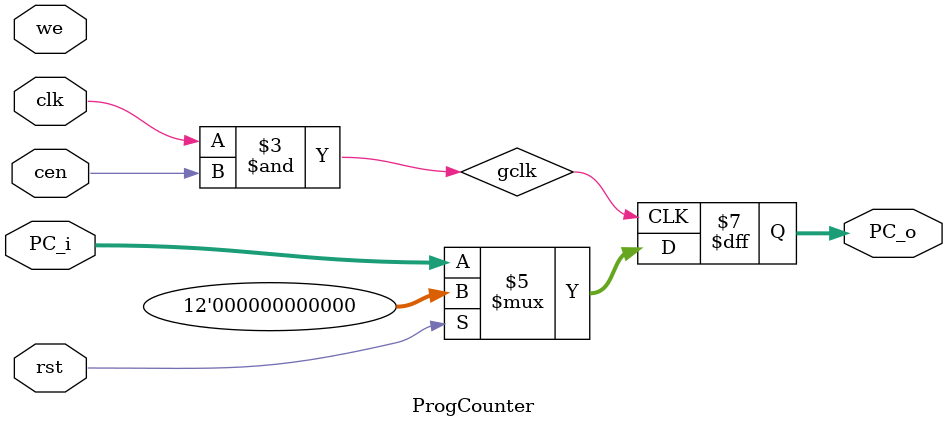
<source format=sv>
module ProgCounter(
  input logic [11:0] PC_i,//address
  input logic we,
  input logic clk,
  input logic cen,
  input logic rst,
  output logic [11:0] PC_o//address
);

  logic gclk = clk & cen;

  always_ff @(posedge gclk) begin
    if(rst) PC_o <= 12'b0;
    else PC_o <= PC_i;
  end

endmodule
</source>
